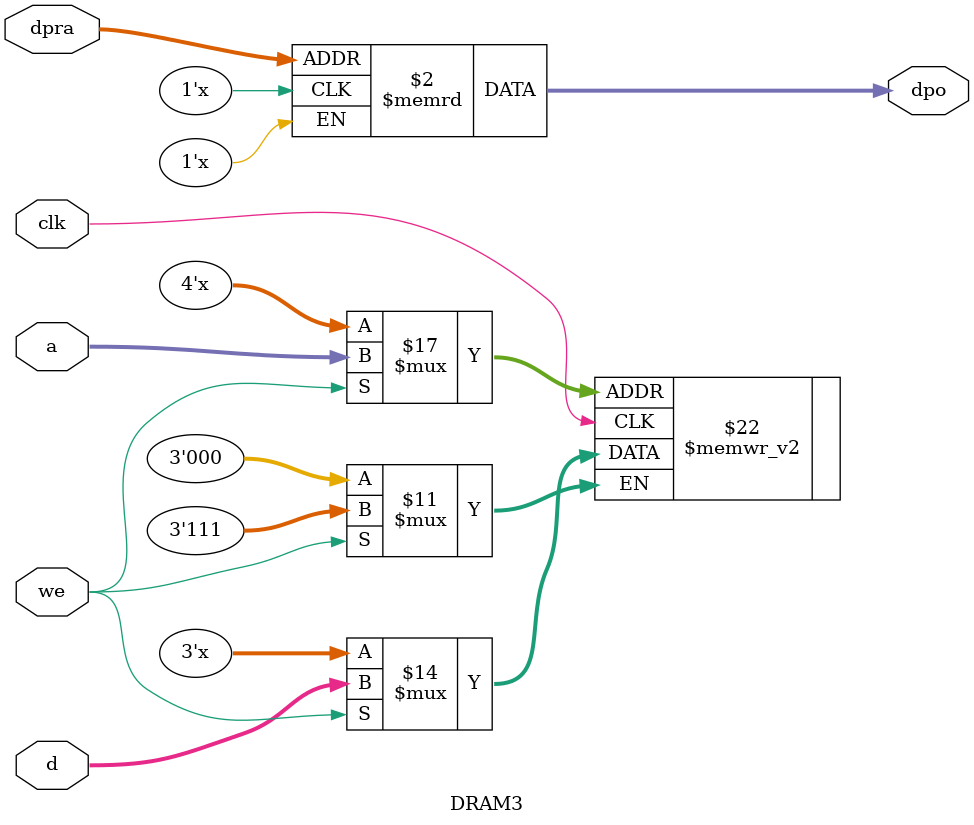
<source format=v>
module DRAM3 (
    input  [3:0] a,
    input  [2:0] d,
    input  [3:0] dpra,
    input        clk,
    input        we,
    output [2:0] dpo
);
    reg [2:0] mem [0:15];
    assign dpo = mem[dpra];
    always @(posedge clk) begin
        if (we)
            mem[a] <= d;
    end
endmodule

</source>
